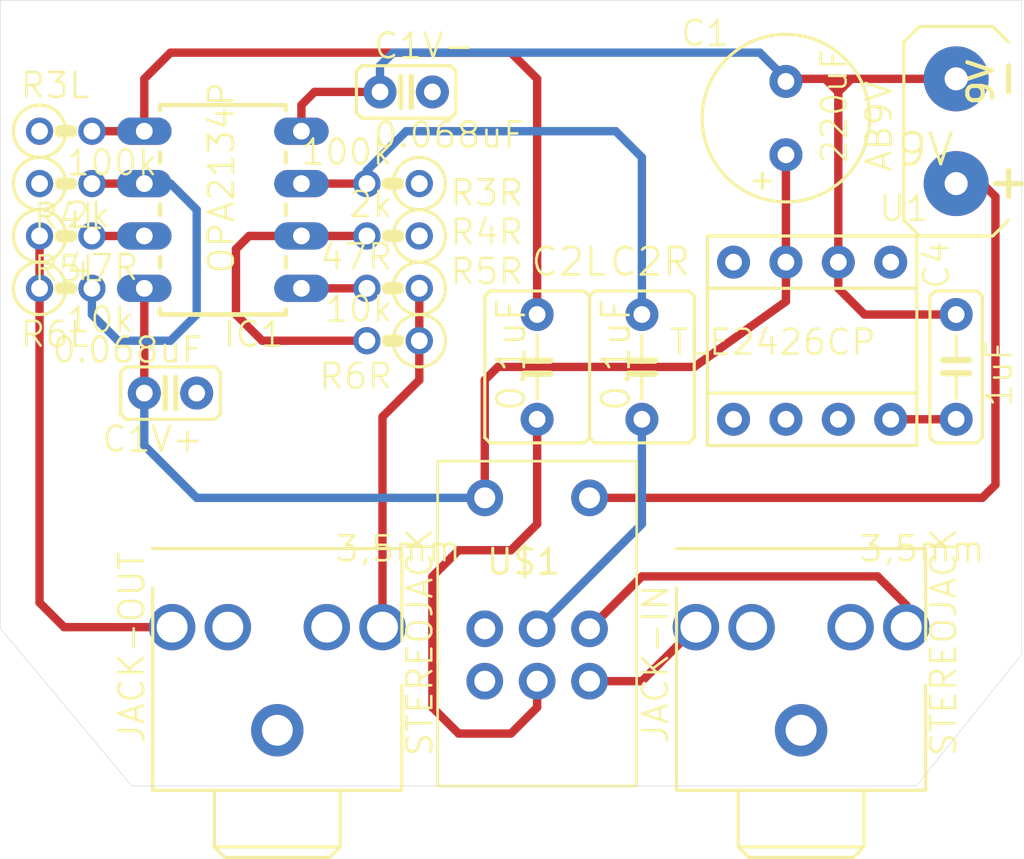
<source format=kicad_pcb>
(kicad_pcb (version 4) (host pcbnew 4.0.5)

  (general
    (links 39)
    (no_connects 10)
    (area 116.065299 37.833299 165.989001 79.744201)
    (thickness 1.6)
    (drawings 6)
    (tracks 90)
    (zones 0)
    (modules 20)
    (nets 18)
  )

  (page A4)
  (layers
    (0 Top signal)
    (31 Bottom signal)
    (32 B.Adhes user)
    (33 F.Adhes user)
    (34 B.Paste user)
    (35 F.Paste user)
    (36 B.SilkS user)
    (37 F.SilkS user)
    (38 B.Mask user)
    (39 F.Mask user)
    (40 Dwgs.User user)
    (41 Cmts.User user)
    (42 Eco1.User user)
    (43 Eco2.User user)
    (44 Edge.Cuts user)
  )

  (setup
    (last_trace_width 0.254)
    (trace_clearance 0.254)
    (zone_clearance 0.508)
    (zone_45_only yes)
    (trace_min 0.254)
    (segment_width 0.2)
    (edge_width 0.15)
    (via_size 0.889)
    (via_drill 0.635)
    (via_min_size 0.889)
    (via_min_drill 0.508)
    (uvia_size 0.508)
    (uvia_drill 0.127)
    (uvias_allowed no)
    (uvia_min_size 0.508)
    (uvia_min_drill 0.127)
    (pcb_text_width 0.3)
    (pcb_text_size 1.5 1.5)
    (mod_edge_width 0.15)
    (mod_text_size 1.5 1.5)
    (mod_text_width 0.15)
    (pad_size 1.524 1.524)
    (pad_drill 0.762)
    (pad_to_mask_clearance 0.2)
    (aux_axis_origin 0 0)
    (visible_elements FFFFFFBF)
    (pcbplotparams
      (layerselection 0x00030_80000001)
      (usegerberextensions true)
      (excludeedgelayer true)
      (linewidth 0.100000)
      (plotframeref false)
      (viasonmask false)
      (mode 1)
      (useauxorigin false)
      (hpglpennumber 1)
      (hpglpenspeed 20)
      (hpglpendiameter 15)
      (hpglpenoverlay 2)
      (psnegative false)
      (psa4output false)
      (plotreference true)
      (plotvalue true)
      (plotinvisibletext false)
      (padsonsilk false)
      (subtractmaskfromsilk false)
      (outputformat 1)
      (mirror false)
      (drillshape 1)
      (scaleselection 1)
      (outputdirectory ""))
  )

  (net 0 "")
  (net 1 GND)
  (net 2 INPUT-L)
  (net 3 INPUT-R)
  (net 4 L+)
  (net 5 L-)
  (net 6 N$13)
  (net 7 N$2)
  (net 8 OP-L)
  (net 9 OP-R)
  (net 10 OUTPUT-L)
  (net 11 OUTPUT-R)
  (net 12 R+)
  (net 13 R-)
  (net 14 V+)
  (net 15 V-)
  (net 16 VOLUME-OUT-L)
  (net 17 VOLUME-OUT-R)

  (net_class Default "This is the default net class."
    (clearance 0.254)
    (trace_width 0.254)
    (via_dia 0.889)
    (via_drill 0.635)
    (uvia_dia 0.508)
    (uvia_drill 0.127)
    (add_net GND)
    (add_net INPUT-L)
    (add_net INPUT-R)
    (add_net L+)
    (add_net L-)
    (add_net N$13)
    (add_net N$2)
    (add_net OP-L)
    (add_net OP-R)
    (add_net OUTPUT-L)
    (add_net OUTPUT-R)
    (add_net R+)
    (add_net R-)
    (add_net V+)
    (add_net V-)
    (add_net VOLUME-OUT-L)
    (add_net VOLUME-OUT-R)
  )

  (module ALPS_RK0971221Z0X (layer Top) (tedit 58DE790A) (tstamp 58DE790A)
    (at 142.113 68.326 270)
    (descr "ALPS RK0971221Z0x potentiometer")
    (fp_text reference U$1 (at -2.54 2.54 360) (layer F.SilkS)
      (effects (font (size 1.2065 1.2065) (thickness 0.1524)) (justify left bottom))
    )
    (fp_text value "" (at 0 0 270) (layer F.SilkS)
      (effects (font (thickness 0.15)) (justify right top))
    )
    (fp_line (start 7.62 -4.826) (end 7.62 4.826) (layer F.SilkS) (width 0.127))
    (fp_line (start 7.62 4.826) (end -8.128 4.826) (layer F.SilkS) (width 0.127))
    (fp_line (start -8.128 4.826) (end -8.128 -4.826) (layer F.SilkS) (width 0.127))
    (fp_line (start -8.128 -4.826) (end 7.62 -4.826) (layer F.SilkS) (width 0.127))
    (pad I1 thru_hole circle (at 2.54 -2.54 270) (size 1.778 1.778) (drill 1.016) (layers *.Cu *.Mask)
      (net 2 INPUT-L))
    (pad G1 thru_hole circle (at 2.54 2.54 270) (size 1.778 1.778) (drill 1.016) (layers *.Cu *.Mask)
      (net 1 GND))
    (pad G2 thru_hole circle (at 0 2.54 270) (size 1.778 1.778) (drill 1.016) (layers *.Cu *.Mask)
      (net 1 GND))
    (pad O2 thru_hole circle (at 0 0 270) (size 1.778 1.778) (drill 1.016) (layers *.Cu *.Mask)
      (net 17 VOLUME-OUT-R))
    (pad I2 thru_hole circle (at 0 -2.54 270) (size 1.778 1.778) (drill 1.016) (layers *.Cu *.Mask)
      (net 3 INPUT-R))
    (pad S2 thru_hole circle (at -6.35 -2.54 270) (size 1.778 1.778) (drill 1.016) (layers *.Cu *.Mask)
      (net 7 N$2))
    (pad S1 thru_hole circle (at -6.35 2.54 270) (size 1.778 1.778) (drill 1.016) (layers *.Cu *.Mask)
      (net 14 V+))
    (pad O1 thru_hole circle (at 2.54 0 270) (size 1.778 1.778) (drill 1.016) (layers *.Cu *.Mask)
      (net 16 VOLUME-OUT-L))
  )

  (module DIL-8 (layer Top) (tedit 58DE790A) (tstamp 58DE7919)
    (at 126.873 48.006 90)
    (fp_text reference IC1 (at -5.334 3.048 180) (layer F.SilkS)
      (effects (font (size 1.2065 1.2065) (thickness 0.127)) (justify right top))
    )
    (fp_text value OPA2134P (at -3.175 0.635 90) (layer F.SilkS)
      (effects (font (size 1.2065 1.2065) (thickness 0.127)) (justify left bottom))
    )
    (fp_line (start 5.08 -3.048) (end 5.08 3.048) (layer F.SilkS) (width 0.2032))
    (fp_line (start -2.794 -3.048) (end -2.286 -3.048) (layer F.SilkS) (width 0.2032))
    (fp_line (start 5.08 -3.048) (end 4.826 -3.048) (layer F.SilkS) (width 0.2032))
    (fp_line (start 5.08 3.048) (end 4.826 3.048) (layer F.SilkS) (width 0.2032))
    (fp_line (start -0.254 -3.048) (end 0.254 -3.048) (layer F.SilkS) (width 0.2032))
    (fp_line (start 2.286 -3.048) (end 2.794 -3.048) (layer F.SilkS) (width 0.2032))
    (fp_line (start -2.794 3.048) (end -2.286 3.048) (layer F.SilkS) (width 0.2032))
    (fp_line (start -0.254 3.048) (end 0.254 3.048) (layer F.SilkS) (width 0.2032))
    (fp_line (start 2.286 3.048) (end 2.794 3.048) (layer F.SilkS) (width 0.2032))
    (fp_line (start -5.08 1.27) (end -5.08 3.048) (layer F.SilkS) (width 0.2286))
    (fp_line (start -5.08 1.27) (end -5.08 -1.27) (layer F.SilkS) (width 0.2032))
    (fp_line (start -5.08 -3.048) (end -5.08 -1.27) (layer F.SilkS) (width 0.2286))
    (fp_line (start -5.08 -3.048) (end -4.826 -3.048) (layer F.SilkS) (width 0.2286))
    (fp_line (start -5.08 3.048) (end -4.826 3.048) (layer F.SilkS) (width 0.2286))
    (fp_line (start -5.08 -1.27) (end -5.08 1.27) (layer F.SilkS) (width 0.2286))
    (pad 1 thru_hole oval (at -3.81 3.81 180) (size 2.6416 1.3208) (drill 0.8128) (layers *.Cu *.Mask)
      (net 9 OP-R))
    (pad 2 thru_hole oval (at -1.27 3.81 180) (size 2.6416 1.3208) (drill 0.8128) (layers *.Cu *.Mask)
      (net 13 R-))
    (pad 3 thru_hole oval (at 1.27 3.81 180) (size 2.6416 1.3208) (drill 0.8128) (layers *.Cu *.Mask)
      (net 12 R+))
    (pad 4 thru_hole oval (at 3.81 3.81 180) (size 2.6416 1.3208) (drill 0.8128) (layers *.Cu *.Mask)
      (net 15 V-))
    (pad 5 thru_hole oval (at 3.81 -3.81 180) (size 2.6416 1.3208) (drill 0.8128) (layers *.Cu *.Mask)
      (net 4 L+))
    (pad 6 thru_hole oval (at 1.27 -3.81 180) (size 2.6416 1.3208) (drill 0.8128) (layers *.Cu *.Mask)
      (net 5 L-))
    (pad 7 thru_hole oval (at -1.27 -3.81 180) (size 2.6416 1.3208) (drill 0.8128) (layers *.Cu *.Mask)
      (net 8 OP-L))
    (pad 8 thru_hole oval (at -3.81 -3.81 180) (size 2.6416 1.3208) (drill 0.8128) (layers *.Cu *.Mask)
      (net 14 V+))
  )

  (module STX3100 (layer Top) (tedit 58DE790A) (tstamp 58DE7933)
    (at 154.813 75.946 90)
    (descr "<b>MIC/HEADPHONE JACK</b><p> KS-S stereo microphone/headphone jack<p> PG203JN (Schukat)")
    (fp_text reference JACK-IN (at 1.985 -6.25 90) (layer F.SilkS)
      (effects (font (size 1.2065 1.2065) (thickness 0.127)) (justify left bottom))
    )
    (fp_text value STEREOJACK (at 1.35 7.72 90) (layer F.SilkS)
      (effects (font (size 1.2065 1.2065) (thickness 0.127)) (justify left bottom))
    )
    (fp_line (start -0.212 6.142) (end -0.212 3.148) (layer F.SilkS) (width 0.1524))
    (fp_line (start 11.512 -5.942) (end 11.512 6.142) (layer F.SilkS) (width 0.1524))
    (fp_line (start -0.212 -2.948) (end -2.96 -2.948) (layer F.SilkS) (width 0.1524))
    (fp_line (start -2.96 3.148) (end -0.212 3.148) (layer F.SilkS) (width 0.1524))
    (fp_line (start -0.212 3.148) (end -0.212 -2.948) (layer F.SilkS) (width 0.1524))
    (fp_line (start -0.212 -2.948) (end -0.212 -5.942) (layer F.SilkS) (width 0.1524))
    (fp_line (start -2.96 -2.948) (end -3.468 -2.44) (layer F.SilkS) (width 0.1524))
    (fp_line (start -2.96 3.148) (end -3.468 2.64) (layer F.SilkS) (width 0.1524))
    (fp_line (start -3.468 2.64) (end -3.468 -2.44) (layer F.SilkS) (width 0.1524))
    (fp_line (start -2.96 3.148) (end -2.96 -2.948) (layer F.SilkS) (width 0.1524))
    (fp_line (start -0.212 6.142) (end 4.906 6.142) (layer F.SilkS) (width 0.1524))
    (fp_line (start 4.806 6.142) (end 6.965 6.142) (layer Dwgs.User) (width 0.1524))
    (fp_line (start 7.065 6.142) (end 11.512 6.142) (layer F.SilkS) (width 0.1524))
    (fp_line (start 11.512 -5.942) (end 11.51 -5.942) (layer F.SilkS) (width 0.1524))
    (fp_line (start 11.51 -5.942) (end 9.605 -5.942) (layer Dwgs.User) (width 0.1524))
    (fp_line (start 9.605 -5.942) (end -0.212 -5.942) (layer F.SilkS) (width 0.1524))
    (fp_line (start -0.131 1.751) (end 3.552 1.751) (layer Dwgs.User) (width 0.1524))
    (fp_line (start 3.552 -1.551) (end -0.131 -1.551) (layer Dwgs.User) (width 0.1524))
    (fp_line (start -0.131 1.751) (end -0.131 -1.551) (layer Dwgs.User) (width 0.1524))
    (fp_line (start 7.489 -0.408) (end 6.727 -0.789) (layer Dwgs.User) (width 0.1524))
    (fp_line (start 7.489 -0.408) (end 7.489 0.608) (layer Dwgs.User) (width 0.1524))
    (fp_line (start 6.727 0.989) (end 7.489 0.608) (layer Dwgs.User) (width 0.1524))
    (fp_line (start 3.552 -1.551) (end 3.552 -0.789) (layer Dwgs.User) (width 0.1524))
    (fp_line (start 3.552 -0.789) (end 3.552 0.989) (layer Dwgs.User) (width 0.1524))
    (fp_line (start 3.552 0.989) (end 3.552 1.751) (layer Dwgs.User) (width 0.1524))
    (fp_line (start 5.584 -0.789) (end 5.584 0.989) (layer Dwgs.User) (width 0.1524))
    (fp_line (start 5.584 -0.789) (end 6.727 -0.789) (layer Dwgs.User) (width 0.1524))
    (fp_line (start 5.584 0.989) (end 4.314 0.989) (layer Dwgs.User) (width 0.1524))
    (fp_line (start 4.314 -0.789) (end 4.314 0.989) (layer Dwgs.User) (width 0.1524))
    (fp_line (start 3.552 -0.789) (end 4.314 -0.789) (layer Dwgs.User) (width 0.1524))
    (fp_line (start 4.314 0.989) (end 3.552 0.989) (layer Dwgs.User) (width 0.1524))
    (fp_line (start 4.314 -0.789) (end 5.584 -0.789) (layer Dwgs.User) (width 0.1524))
    (fp_line (start 6.727 0.989) (end 5.584 0.989) (layer Dwgs.User) (width 0.1524))
    (fp_text user 3,5mm (at 10.79 2.831 180) (layer F.SilkS)
      (effects (font (size 1.2065 1.2065) (thickness 0.127)) (justify left bottom))
    )
    (pad 1 thru_hole circle (at 2.7 0.1 90) (size 2.54 2.54) (drill 1.5) (layers *.Cu *.Mask)
      (net 1 GND))
    (pad 3 thru_hole circle (at 7.7 -2.3 90) (size 2.25 2.25) (drill 1.5) (layers *.Cu *.Mask))
    (pad 4 thru_hole circle (at 7.7 2.5 90) (size 2.25 2.25) (drill 1.5) (layers *.Cu *.Mask))
    (pad 5 thru_hole circle (at 7.7 5.2 90) (size 2.25 2.25) (drill 1.5) (layers *.Cu *.Mask)
      (net 3 INPUT-R))
    (pad 2 thru_hole circle (at 7.7 -5 90) (size 2.25 2.25) (drill 1.5) (layers *.Cu *.Mask)
      (net 2 INPUT-L))
    (pad "" np_thru_hole circle (at 2.7 -4.9 90) (size 1.5 1.5) (drill 1.5) (layers *.Cu))
    (pad "" np_thru_hole circle (at 2.7 5.1 90) (size 1.5 1.5) (drill 1.5) (layers *.Cu))
    (pad "" np_thru_hole circle (at 7.7 0.1 90) (size 1.5 1.5) (drill 1.5) (layers *.Cu))
  )

  (module STX3100 (layer Top) (tedit 58DE790A) (tstamp 58DE7960)
    (at 129.413 75.946 90)
    (descr "<b>MIC/HEADPHONE JACK</b><p> KS-S stereo microphone/headphone jack<p> PG203JN (Schukat)")
    (fp_text reference JACK-OUT (at 1.985 -6.25 90) (layer F.SilkS)
      (effects (font (size 1.2065 1.2065) (thickness 0.127)) (justify left bottom))
    )
    (fp_text value STEREOJACK (at 1.35 7.72 90) (layer F.SilkS)
      (effects (font (size 1.2065 1.2065) (thickness 0.127)) (justify left bottom))
    )
    (fp_line (start -0.212 6.142) (end -0.212 3.148) (layer F.SilkS) (width 0.1524))
    (fp_line (start 11.512 -5.942) (end 11.512 6.142) (layer F.SilkS) (width 0.1524))
    (fp_line (start -0.212 -2.948) (end -2.96 -2.948) (layer F.SilkS) (width 0.1524))
    (fp_line (start -2.96 3.148) (end -0.212 3.148) (layer F.SilkS) (width 0.1524))
    (fp_line (start -0.212 3.148) (end -0.212 -2.948) (layer F.SilkS) (width 0.1524))
    (fp_line (start -0.212 -2.948) (end -0.212 -5.942) (layer F.SilkS) (width 0.1524))
    (fp_line (start -2.96 -2.948) (end -3.468 -2.44) (layer F.SilkS) (width 0.1524))
    (fp_line (start -2.96 3.148) (end -3.468 2.64) (layer F.SilkS) (width 0.1524))
    (fp_line (start -3.468 2.64) (end -3.468 -2.44) (layer F.SilkS) (width 0.1524))
    (fp_line (start -2.96 3.148) (end -2.96 -2.948) (layer F.SilkS) (width 0.1524))
    (fp_line (start -0.212 6.142) (end 4.906 6.142) (layer F.SilkS) (width 0.1524))
    (fp_line (start 4.806 6.142) (end 6.965 6.142) (layer Dwgs.User) (width 0.1524))
    (fp_line (start 7.065 6.142) (end 11.512 6.142) (layer F.SilkS) (width 0.1524))
    (fp_line (start 11.512 -5.942) (end 11.51 -5.942) (layer F.SilkS) (width 0.1524))
    (fp_line (start 11.51 -5.942) (end 9.605 -5.942) (layer Dwgs.User) (width 0.1524))
    (fp_line (start 9.605 -5.942) (end -0.212 -5.942) (layer F.SilkS) (width 0.1524))
    (fp_line (start -0.131 1.751) (end 3.552 1.751) (layer Dwgs.User) (width 0.1524))
    (fp_line (start 3.552 -1.551) (end -0.131 -1.551) (layer Dwgs.User) (width 0.1524))
    (fp_line (start -0.131 1.751) (end -0.131 -1.551) (layer Dwgs.User) (width 0.1524))
    (fp_line (start 7.489 -0.408) (end 6.727 -0.789) (layer Dwgs.User) (width 0.1524))
    (fp_line (start 7.489 -0.408) (end 7.489 0.608) (layer Dwgs.User) (width 0.1524))
    (fp_line (start 6.727 0.989) (end 7.489 0.608) (layer Dwgs.User) (width 0.1524))
    (fp_line (start 3.552 -1.551) (end 3.552 -0.789) (layer Dwgs.User) (width 0.1524))
    (fp_line (start 3.552 -0.789) (end 3.552 0.989) (layer Dwgs.User) (width 0.1524))
    (fp_line (start 3.552 0.989) (end 3.552 1.751) (layer Dwgs.User) (width 0.1524))
    (fp_line (start 5.584 -0.789) (end 5.584 0.989) (layer Dwgs.User) (width 0.1524))
    (fp_line (start 5.584 -0.789) (end 6.727 -0.789) (layer Dwgs.User) (width 0.1524))
    (fp_line (start 5.584 0.989) (end 4.314 0.989) (layer Dwgs.User) (width 0.1524))
    (fp_line (start 4.314 -0.789) (end 4.314 0.989) (layer Dwgs.User) (width 0.1524))
    (fp_line (start 3.552 -0.789) (end 4.314 -0.789) (layer Dwgs.User) (width 0.1524))
    (fp_line (start 4.314 0.989) (end 3.552 0.989) (layer Dwgs.User) (width 0.1524))
    (fp_line (start 4.314 -0.789) (end 5.584 -0.789) (layer Dwgs.User) (width 0.1524))
    (fp_line (start 6.727 0.989) (end 5.584 0.989) (layer Dwgs.User) (width 0.1524))
    (fp_text user 3,5mm (at 10.79 2.831 180) (layer F.SilkS)
      (effects (font (size 1.2065 1.2065) (thickness 0.127)) (justify left bottom))
    )
    (pad 1 thru_hole circle (at 2.7 0.1 90) (size 2.54 2.54) (drill 1.5) (layers *.Cu *.Mask)
      (net 1 GND))
    (pad 3 thru_hole circle (at 7.7 -2.3 90) (size 2.25 2.25) (drill 1.5) (layers *.Cu *.Mask))
    (pad 4 thru_hole circle (at 7.7 2.5 90) (size 2.25 2.25) (drill 1.5) (layers *.Cu *.Mask))
    (pad 5 thru_hole circle (at 7.7 5.2 90) (size 2.25 2.25) (drill 1.5) (layers *.Cu *.Mask)
      (net 11 OUTPUT-R))
    (pad 2 thru_hole circle (at 7.7 -5 90) (size 2.25 2.25) (drill 1.5) (layers *.Cu *.Mask)
      (net 10 OUTPUT-L))
    (pad "" np_thru_hole circle (at 2.7 -4.9 90) (size 1.5 1.5) (drill 1.5) (layers *.Cu))
    (pad "" np_thru_hole circle (at 2.7 5.1 90) (size 1.5 1.5) (drill 1.5) (layers *.Cu))
    (pad "" np_thru_hole circle (at 7.7 0.1 90) (size 1.5 1.5) (drill 1.5) (layers *.Cu))
  )

  (module 0207_2V (layer Top) (tedit 58DE790A) (tstamp 58DE798D)
    (at 135.128 46.736 180)
    (descr "<b>RESISTOR</b><p> type 0207, grid 2.5 mm")
    (fp_text reference R3R (at -6.4008 0.254 180) (layer F.SilkS)
      (effects (font (size 1.2065 1.2065) (thickness 0.127)) (justify right top))
    )
    (fp_text value 100k (at -0.0508 2.2352 180) (layer F.SilkS)
      (effects (font (size 1.2065 1.2065) (thickness 0.127)) (justify right top))
    )
    (fp_line (start -1.27 0) (end -0.381 0) (layer Dwgs.User) (width 0.6096))
    (fp_line (start -0.254 0) (end 0.254 0) (layer F.SilkS) (width 0.6096))
    (fp_line (start 0.381 0) (end 1.27 0) (layer Dwgs.User) (width 0.6096))
    (fp_circle (center -1.27 0) (end 0 0) (layer F.SilkS) (width 0.1524))
    (fp_circle (center -1.27 0) (end -0.254 0) (layer Dwgs.User) (width 0.1524))
    (pad 1 thru_hole circle (at -1.27 0 180) (size 1.3208 1.3208) (drill 0.8128) (layers *.Cu *.Mask)
      (net 1 GND))
    (pad 2 thru_hole circle (at 1.27 0 180) (size 1.3208 1.3208) (drill 0.8128) (layers *.Cu *.Mask)
      (net 12 R+))
  )

  (module 0207_2V (layer Top) (tedit 58DE790A) (tstamp 58DE7997)
    (at 135.128 49.276 180)
    (descr "<b>RESISTOR</b><p> type 0207, grid 2.5 mm")
    (fp_text reference R4R (at -6.4008 0.889 360) (layer F.SilkS)
      (effects (font (size 1.2065 1.2065) (thickness 0.12065)) (justify right top))
    )
    (fp_text value 2k (at -0.0508 2.2352 360) (layer F.SilkS)
      (effects (font (size 1.2065 1.2065) (thickness 0.12065)) (justify right top))
    )
    (fp_line (start -1.27 0) (end -0.381 0) (layer Dwgs.User) (width 0.6096))
    (fp_line (start -0.254 0) (end 0.254 0) (layer F.SilkS) (width 0.6096))
    (fp_line (start 0.381 0) (end 1.27 0) (layer Dwgs.User) (width 0.6096))
    (fp_circle (center -1.27 0) (end 0 0) (layer F.SilkS) (width 0.1524))
    (fp_circle (center -1.27 0) (end -0.254 0) (layer Dwgs.User) (width 0.1524))
    (pad 1 thru_hole circle (at -1.27 0 180) (size 1.3208 1.3208) (drill 0.8128) (layers *.Cu *.Mask)
      (net 1 GND))
    (pad 2 thru_hole circle (at 1.27 0 180) (size 1.3208 1.3208) (drill 0.8128) (layers *.Cu *.Mask)
      (net 13 R-))
  )

  (module 0207_2V (layer Top) (tedit 58DE790A) (tstamp 58DE79A1)
    (at 135.128 54.356 180)
    (descr "<b>RESISTOR</b><p> type 0207, grid 2.5 mm")
    (fp_text reference R6R (at -0.0508 -1.016 360) (layer F.SilkS)
      (effects (font (size 1.2065 1.2065) (thickness 0.12065)) (justify right top))
    )
    (fp_text value 10k (at -0.0508 2.2352 360) (layer F.SilkS)
      (effects (font (size 1.2065 1.2065) (thickness 0.12065)) (justify right top))
    )
    (fp_line (start -1.27 0) (end -0.381 0) (layer Dwgs.User) (width 0.6096))
    (fp_line (start -0.254 0) (end 0.254 0) (layer F.SilkS) (width 0.6096))
    (fp_line (start 0.381 0) (end 1.27 0) (layer Dwgs.User) (width 0.6096))
    (fp_circle (center -1.27 0) (end 0 0) (layer F.SilkS) (width 0.1524))
    (fp_circle (center -1.27 0) (end -0.254 0) (layer Dwgs.User) (width 0.1524))
    (pad 1 thru_hole circle (at -1.27 0 180) (size 1.3208 1.3208) (drill 0.8128) (layers *.Cu *.Mask)
      (net 11 OUTPUT-R))
    (pad 2 thru_hole circle (at 1.27 0 180) (size 1.3208 1.3208) (drill 0.8128) (layers *.Cu *.Mask)
      (net 13 R-))
  )

  (module 0207_2V (layer Top) (tedit 58DE790A) (tstamp 58DE79AB)
    (at 135.128 51.816 180)
    (descr "<b>RESISTOR</b><p> type 0207, grid 2.5 mm")
    (fp_text reference R5R (at -6.4008 1.524 360) (layer F.SilkS)
      (effects (font (size 1.2065 1.2065) (thickness 0.12065)) (justify right top))
    )
    (fp_text value 47R (at -0.0508 2.2352 360) (layer F.SilkS)
      (effects (font (size 1.2065 1.2065) (thickness 0.12065)) (justify right top))
    )
    (fp_line (start -1.27 0) (end -0.381 0) (layer Dwgs.User) (width 0.6096))
    (fp_line (start -0.254 0) (end 0.254 0) (layer F.SilkS) (width 0.6096))
    (fp_line (start 0.381 0) (end 1.27 0) (layer Dwgs.User) (width 0.6096))
    (fp_circle (center -1.27 0) (end 0 0) (layer F.SilkS) (width 0.1524))
    (fp_circle (center -1.27 0) (end -0.254 0) (layer Dwgs.User) (width 0.1524))
    (pad 1 thru_hole circle (at -1.27 0 180) (size 1.3208 1.3208) (drill 0.8128) (layers *.Cu *.Mask)
      (net 11 OUTPUT-R))
    (pad 2 thru_hole circle (at 1.27 0 180) (size 1.3208 1.3208) (drill 0.8128) (layers *.Cu *.Mask)
      (net 9 OP-R))
  )

  (module 0207_2V (layer Top) (tedit 58DE790A) (tstamp 58DE79B5)
    (at 119.253 44.196)
    (descr "<b>RESISTOR</b><p> type 0207, grid 2.5 mm")
    (fp_text reference R3L (at 1.2192 -2.921) (layer F.SilkS)
      (effects (font (size 1.2065 1.2065) (thickness 0.12065)) (justify right top))
    )
    (fp_text value 100k (at -0.0508 2.2352) (layer F.SilkS)
      (effects (font (size 1.2065 1.2065) (thickness 0.12065)) (justify left bottom))
    )
    (fp_line (start -1.27 0) (end -0.381 0) (layer Dwgs.User) (width 0.6096))
    (fp_line (start -0.254 0) (end 0.254 0) (layer F.SilkS) (width 0.6096))
    (fp_line (start 0.381 0) (end 1.27 0) (layer Dwgs.User) (width 0.6096))
    (fp_circle (center -1.27 0) (end 0 0) (layer F.SilkS) (width 0.1524))
    (fp_circle (center -1.27 0) (end -0.254 0) (layer Dwgs.User) (width 0.1524))
    (pad 1 thru_hole circle (at -1.27 0) (size 1.3208 1.3208) (drill 0.8128) (layers *.Cu *.Mask)
      (net 1 GND))
    (pad 2 thru_hole circle (at 1.27 0) (size 1.3208 1.3208) (drill 0.8128) (layers *.Cu *.Mask)
      (net 4 L+))
  )

  (module 0207_2V (layer Top) (tedit 58DE790A) (tstamp 58DE79BF)
    (at 119.253 46.736)
    (descr "<b>RESISTOR</b><p> type 0207, grid 2.5 mm")
    (fp_text reference R4L (at 1.8542 0.889) (layer F.SilkS)
      (effects (font (size 1.2065 1.2065) (thickness 0.12065)) (justify right top))
    )
    (fp_text value 2k (at -0.0508 2.2352) (layer F.SilkS)
      (effects (font (size 1.2065 1.2065) (thickness 0.12065)) (justify left bottom))
    )
    (fp_line (start -1.27 0) (end -0.381 0) (layer Dwgs.User) (width 0.6096))
    (fp_line (start -0.254 0) (end 0.254 0) (layer F.SilkS) (width 0.6096))
    (fp_line (start 0.381 0) (end 1.27 0) (layer Dwgs.User) (width 0.6096))
    (fp_circle (center -1.27 0) (end 0 0) (layer F.SilkS) (width 0.1524))
    (fp_circle (center -1.27 0) (end -0.254 0) (layer Dwgs.User) (width 0.1524))
    (pad 1 thru_hole circle (at -1.27 0) (size 1.3208 1.3208) (drill 0.8128) (layers *.Cu *.Mask)
      (net 1 GND))
    (pad 2 thru_hole circle (at 1.27 0) (size 1.3208 1.3208) (drill 0.8128) (layers *.Cu *.Mask)
      (net 5 L-))
  )

  (module 0207_2V (layer Top) (tedit 58DE790A) (tstamp 58DE79C9)
    (at 119.253 51.816)
    (descr "<b>RESISTOR</b><p> type 0207, grid 2.5 mm")
    (fp_text reference R6L (at 1.2192 1.524) (layer F.SilkS)
      (effects (font (size 1.2065 1.2065) (thickness 0.12065)) (justify right top))
    )
    (fp_text value 10k (at -0.0508 2.2352) (layer F.SilkS)
      (effects (font (size 1.2065 1.2065) (thickness 0.12065)) (justify left bottom))
    )
    (fp_line (start -1.27 0) (end -0.381 0) (layer Dwgs.User) (width 0.6096))
    (fp_line (start -0.254 0) (end 0.254 0) (layer F.SilkS) (width 0.6096))
    (fp_line (start 0.381 0) (end 1.27 0) (layer Dwgs.User) (width 0.6096))
    (fp_circle (center -1.27 0) (end 0 0) (layer F.SilkS) (width 0.1524))
    (fp_circle (center -1.27 0) (end -0.254 0) (layer Dwgs.User) (width 0.1524))
    (pad 1 thru_hole circle (at -1.27 0) (size 1.3208 1.3208) (drill 0.8128) (layers *.Cu *.Mask)
      (net 10 OUTPUT-L))
    (pad 2 thru_hole circle (at 1.27 0) (size 1.3208 1.3208) (drill 0.8128) (layers *.Cu *.Mask)
      (net 5 L-))
  )

  (module 0207_2V (layer Top) (tedit 58DE790A) (tstamp 58DE79D3)
    (at 119.253 49.276)
    (descr "<b>RESISTOR</b><p> type 0207, grid 2.5 mm")
    (fp_text reference R5L (at 1.8542 0.889) (layer F.SilkS)
      (effects (font (size 1.2065 1.2065) (thickness 0.12065)) (justify right top))
    )
    (fp_text value 47R (at -0.0508 2.2352) (layer F.SilkS)
      (effects (font (size 1.2065 1.2065) (thickness 0.12065)) (justify left bottom))
    )
    (fp_line (start -1.27 0) (end -0.381 0) (layer Dwgs.User) (width 0.6096))
    (fp_line (start -0.254 0) (end 0.254 0) (layer F.SilkS) (width 0.6096))
    (fp_line (start 0.381 0) (end 1.27 0) (layer Dwgs.User) (width 0.6096))
    (fp_circle (center -1.27 0) (end 0 0) (layer F.SilkS) (width 0.1524))
    (fp_circle (center -1.27 0) (end -0.254 0) (layer Dwgs.User) (width 0.1524))
    (pad 1 thru_hole circle (at -1.27 0) (size 1.3208 1.3208) (drill 0.8128) (layers *.Cu *.Mask)
      (net 10 OUTPUT-L))
    (pad 2 thru_hole circle (at 1.27 0) (size 1.3208 1.3208) (drill 0.8128) (layers *.Cu *.Mask)
      (net 8 OP-L))
  )

  (module AB9V (layer Top) (tedit 58DE790A) (tstamp 58DE79DD)
    (at 162.433 44.196 180)
    (descr "<B>9-V BATTERY CLIP</B>")
    (fp_text reference 9V (at 0 0 180) (layer F.SilkS)
      (effects (font (thickness 0.15)) (justify right top))
    )
    (fp_text value AB9V (at 4.445 2.54 270) (layer F.SilkS)
      (effects (font (size 1.2065 1.2065) (thickness 0.127)) (justify right top))
    )
    (fp_line (start -2.54 3.175) (end -2.54 1.905) (layer F.SilkS) (width 0.254))
    (fp_line (start -2.54 -1.905) (end -2.54 -3.175) (layer F.SilkS) (width 0.254))
    (fp_line (start -1.905 -2.54) (end -3.175 -2.54) (layer F.SilkS) (width 0.254))
    (fp_line (start -2.54 -4.318) (end -1.778 -5.08) (layer F.SilkS) (width 0.1524))
    (fp_line (start -1.778 -5.08) (end 1.778 -5.08) (layer F.SilkS) (width 0.1524))
    (fp_line (start 2.54 -4.318) (end 1.778 -5.08) (layer F.SilkS) (width 0.1524))
    (fp_line (start 2.54 -4.318) (end 2.54 4.318) (layer F.SilkS) (width 0.1524))
    (fp_line (start 1.778 5.08) (end 2.54 4.318) (layer F.SilkS) (width 0.1524))
    (fp_line (start 1.778 5.08) (end -1.778 5.08) (layer F.SilkS) (width 0.1524))
    (fp_line (start -2.54 4.318) (end -1.778 5.08) (layer F.SilkS) (width 0.1524))
    (fp_circle (center 0 -2.54) (end 1.27 -2.54) (layer Dwgs.User) (width 0.1524))
    (fp_circle (center 0 2.54) (end 1.27 2.54) (layer Dwgs.User) (width 0.1524))
    (fp_text user 9V (at -1.905 1.143 270) (layer F.SilkS)
      (effects (font (size 1.2065 1.2065) (thickness 0.2032)) (justify left bottom))
    )
    (pad - thru_hole circle (at 0 2.54 180) (size 3.1496 3.1496) (drill 1.1176) (layers *.Cu *.Mask)
      (net 15 V-))
    (pad + thru_hole circle (at 0 -2.54 180) (size 3.1496 3.1496) (drill 1.1176) (layers *.Cu *.Mask)
      (net 7 N$2))
  )

  (module E3,5-8 (layer Top) (tedit 58DE790A) (tstamp 58DE79EF)
    (at 154.178 43.561 90)
    (descr "<b>ELECTROLYTIC CAPACITOR</b><p> grid 3.5 mm, diameter 8 mm")
    (fp_text reference C1 (at 4.826 -2.667 360) (layer F.SilkS)
      (effects (font (size 1.2065 1.2065) (thickness 0.12065)) (justify right top))
    )
    (fp_text value 220uF (at -2.286 3.048 90) (layer F.SilkS)
      (effects (font (size 1.2065 1.2065) (thickness 0.12065)) (justify left bottom))
    )
    (fp_line (start -3.429 -1.143) (end -2.667 -1.143) (layer F.SilkS) (width 0.1524))
    (fp_line (start -3.048 -0.762) (end -3.048 -1.524) (layer F.SilkS) (width 0.1524))
    (fp_line (start -1.651 0) (end -0.762 0) (layer Dwgs.User) (width 0.1524))
    (fp_line (start -0.762 0) (end -0.762 1.27) (layer Dwgs.User) (width 0.1524))
    (fp_line (start -0.762 1.27) (end -0.254 1.27) (layer Dwgs.User) (width 0.1524))
    (fp_line (start -0.254 1.27) (end -0.254 -1.27) (layer Dwgs.User) (width 0.1524))
    (fp_line (start -0.254 -1.27) (end -0.762 -1.27) (layer Dwgs.User) (width 0.1524))
    (fp_line (start -0.762 -1.27) (end -0.762 0) (layer Dwgs.User) (width 0.1524))
    (fp_line (start 0.635 0) (end 1.651 0) (layer Dwgs.User) (width 0.1524))
    (fp_circle (center 0 0) (end 4.064 0) (layer F.SilkS) (width 0.1524))
    (fp_poly (pts (xy 0.254 1.27) (xy 0.762 1.27) (xy 0.762 -1.27) (xy 0.254 -1.27)) (layer Dwgs.User) (width 0.15))
    (pad - thru_hole circle (at 1.778 0 90) (size 1.6002 1.6002) (drill 0.8128) (layers *.Cu *.Mask)
      (net 15 V-))
    (pad + thru_hole circle (at -1.778 0 90) (size 1.6002 1.6002) (drill 0.8128) (layers *.Cu *.Mask)
      (net 14 V+))
  )

  (module C5B2.5 (layer Top) (tedit 58DE790A) (tstamp 58DE79FF)
    (at 162.433 55.626 90)
    (descr "<B>MKS2</B>, 7.5 x 2.5 mm, grid 5.08 mm")
    (fp_text reference C4 (at 3.683 -0.254 90) (layer F.SilkS)
      (effects (font (size 1.2065 1.2065) (thickness 0.12065)) (justify left bottom))
    )
    (fp_text value 1uF (at -2.032 2.794 90) (layer F.SilkS)
      (effects (font (size 1.2065 1.2065) (thickness 0.12065)) (justify left bottom))
    )
    (fp_line (start -0.3048 -0.635) (end -0.3048 0) (layer F.SilkS) (width 0.3048))
    (fp_line (start -0.3048 0) (end -0.3048 0.635) (layer F.SilkS) (width 0.3048))
    (fp_line (start -0.3048 0) (end -1.524 0) (layer F.SilkS) (width 0.1524))
    (fp_line (start 0.3302 -0.635) (end 0.3302 0) (layer F.SilkS) (width 0.3048))
    (fp_line (start 0.3302 0) (end 0.3302 0.635) (layer F.SilkS) (width 0.3048))
    (fp_line (start 0.3302 0) (end 1.524 0) (layer F.SilkS) (width 0.1524))
    (fp_line (start -3.683 -1.016) (end -3.683 1.016) (layer F.SilkS) (width 0.1524))
    (fp_line (start -3.429 1.27) (end 3.429 1.27) (layer F.SilkS) (width 0.1524))
    (fp_line (start 3.683 1.016) (end 3.683 -1.016) (layer F.SilkS) (width 0.1524))
    (fp_line (start 3.429 -1.27) (end -3.429 -1.27) (layer F.SilkS) (width 0.1524))
    (fp_line (start 3.429 -1.27) (end 3.683 -1.016) (layer F.SilkS) (width 0.1524))
    (fp_line (start 3.429 1.27) (end 3.683 1.016) (layer F.SilkS) (width 0.1524))
    (fp_line (start -3.683 1.016) (end -3.429 1.27) (layer F.SilkS) (width 0.1524))
    (fp_line (start -3.683 -1.016) (end -3.429 -1.27) (layer F.SilkS) (width 0.1524))
    (pad 1 thru_hole circle (at -2.54 0 90) (size 1.6002 1.6002) (drill 0.8128) (layers *.Cu *.Mask)
      (net 6 N$13))
    (pad 2 thru_hole circle (at 2.54 0 90) (size 1.6002 1.6002) (drill 0.8128) (layers *.Cu *.Mask)
      (net 15 V-))
  )

  (module DIP-8 (layer Top) (tedit 58DE790A) (tstamp 58DE7A12)
    (at 155.448 54.356 270)
    (descr DIP-8)
    (fp_text reference U1 (at -5.715 -3.175 360) (layer F.SilkS)
      (effects (font (size 1.2065 1.2065) (thickness 0.12065)) (justify left bottom))
    )
    (fp_text value TLE2426CP (at -0.635 -3.175 360) (layer F.SilkS)
      (effects (font (size 1.2065 1.2065) (thickness 0.12065)) (justify right top))
    )
    (fp_line (start 5.08 5.08) (end 5.08 -5.08) (layer F.SilkS) (width 0.1524))
    (fp_line (start -5.08 -5.08) (end -5.08 5.08) (layer F.SilkS) (width 0.1524))
    (fp_line (start 5.08 5.08) (end 2.54 5.08) (layer F.SilkS) (width 0.1524))
    (fp_line (start 5.08 -5.08) (end 2.54 -5.08) (layer F.SilkS) (width 0.1524))
    (fp_line (start -5.08 -5.08) (end -2.54 -5.08) (layer F.SilkS) (width 0.1524))
    (fp_line (start -1.016 -5.08) (end 1.016 -5.08) (layer F.SilkS) (width 0.1524))
    (fp_line (start 2.54 -5.08) (end 2.54 5.08) (layer F.SilkS) (width 0.1524))
    (fp_line (start 2.54 -5.08) (end 1.016 -5.08) (layer F.SilkS) (width 0.1524))
    (fp_line (start 2.54 5.08) (end -2.54 5.08) (layer F.SilkS) (width 0.1524))
    (fp_line (start -2.54 -5.08) (end -2.54 5.08) (layer F.SilkS) (width 0.1524))
    (fp_line (start -2.54 -5.08) (end -1.016 -5.08) (layer F.SilkS) (width 0.1524))
    (fp_line (start -2.54 5.08) (end -5.08 5.08) (layer F.SilkS) (width 0.1524))
    (pad 1 thru_hole circle (at -3.81 -3.81 270) (size 1.6002 1.6002) (drill 0.8128) (layers *.Cu *.Mask)
      (net 1 GND))
    (pad 2 thru_hole circle (at -3.81 -1.27 270) (size 1.6002 1.6002) (drill 0.8128) (layers *.Cu *.Mask)
      (net 15 V-))
    (pad 5 thru_hole circle (at 3.81 3.81 270) (size 1.6002 1.6002) (drill 0.8128) (layers *.Cu *.Mask))
    (pad 6 thru_hole circle (at 3.81 1.27 270) (size 1.6002 1.6002) (drill 0.8128) (layers *.Cu *.Mask))
    (pad 3 thru_hole circle (at -3.81 1.27 270) (size 1.6002 1.6002) (drill 0.8128) (layers *.Cu *.Mask)
      (net 14 V+))
    (pad 4 thru_hole circle (at -3.81 3.81 270) (size 1.6002 1.6002) (drill 0.8128) (layers *.Cu *.Mask))
    (pad 7 thru_hole circle (at 3.81 -1.27 270) (size 1.6002 1.6002) (drill 0.8128) (layers *.Cu *.Mask))
    (pad 8 thru_hole circle (at 3.81 -3.81 270) (size 1.6002 1.6002) (drill 0.8128) (layers *.Cu *.Mask)
      (net 6 N$13))
  )

  (module C5B5 (layer Top) (tedit 58DE790A) (tstamp 58DE7A29)
    (at 142.113 55.626 270)
    (descr "<B>MKS2</B>, 7.5 x 5 mm, grid 5.08 mm")
    (fp_text reference C2L (at -4.318 0.381 360) (layer F.SilkS)
      (effects (font (size 1.32715 1.32715) (thickness 0.132715)) (justify left bottom))
    )
    (fp_text value 0.1uF (at -3.429 2.032 450) (layer F.SilkS)
      (effects (font (size 1.32715 1.32715) (thickness 0.132715)) (justify right top))
    )
    (fp_line (start -0.3048 -0.635) (end -0.3048 0) (layer F.SilkS) (width 0.3048))
    (fp_line (start -0.3048 0) (end -0.3048 0.635) (layer F.SilkS) (width 0.3048))
    (fp_line (start -0.3048 0) (end -1.524 0) (layer F.SilkS) (width 0.1524))
    (fp_line (start 0.3302 -0.635) (end 0.3302 0) (layer F.SilkS) (width 0.3048))
    (fp_line (start 0.3302 0) (end 0.3302 0.635) (layer F.SilkS) (width 0.3048))
    (fp_line (start 0.3302 0) (end 1.524 0) (layer F.SilkS) (width 0.1524))
    (fp_line (start -3.683 -2.286) (end -3.683 2.286) (layer F.SilkS) (width 0.1524))
    (fp_line (start -3.429 2.54) (end 3.429 2.54) (layer F.SilkS) (width 0.1524))
    (fp_line (start 3.683 2.286) (end 3.683 -2.286) (layer F.SilkS) (width 0.1524))
    (fp_line (start 3.429 -2.54) (end -3.429 -2.54) (layer F.SilkS) (width 0.1524))
    (fp_line (start 3.429 -2.54) (end 3.683 -2.286) (layer F.SilkS) (width 0.1524))
    (fp_line (start 3.429 2.54) (end 3.683 2.286) (layer F.SilkS) (width 0.1524))
    (fp_line (start -3.683 2.286) (end -3.429 2.54) (layer F.SilkS) (width 0.1524))
    (fp_line (start -3.683 -2.286) (end -3.429 -2.54) (layer F.SilkS) (width 0.1524))
    (pad 1 thru_hole circle (at -2.54 0 270) (size 1.6002 1.6002) (drill 0.8128) (layers *.Cu *.Mask)
      (net 4 L+))
    (pad 2 thru_hole circle (at 2.54 0 270) (size 1.6002 1.6002) (drill 0.8128) (layers *.Cu *.Mask)
      (net 16 VOLUME-OUT-L))
  )

  (module C5B5 (layer Top) (tedit 58DE790A) (tstamp 58DE7A3C)
    (at 147.193 55.626 270)
    (descr "<B>MKS2</B>, 7.5 x 5 mm, grid 5.08 mm")
    (fp_text reference C2R (at -4.318 1.651 360) (layer F.SilkS)
      (effects (font (size 1.32715 1.32715) (thickness 0.132715)) (justify left bottom))
    )
    (fp_text value 0.1uF (at -3.429 2.032 450) (layer F.SilkS)
      (effects (font (size 1.32715 1.32715) (thickness 0.132715)) (justify right top))
    )
    (fp_line (start -0.3048 -0.635) (end -0.3048 0) (layer F.SilkS) (width 0.3048))
    (fp_line (start -0.3048 0) (end -0.3048 0.635) (layer F.SilkS) (width 0.3048))
    (fp_line (start -0.3048 0) (end -1.524 0) (layer F.SilkS) (width 0.1524))
    (fp_line (start 0.3302 -0.635) (end 0.3302 0) (layer F.SilkS) (width 0.3048))
    (fp_line (start 0.3302 0) (end 0.3302 0.635) (layer F.SilkS) (width 0.3048))
    (fp_line (start 0.3302 0) (end 1.524 0) (layer F.SilkS) (width 0.1524))
    (fp_line (start -3.683 -2.286) (end -3.683 2.286) (layer F.SilkS) (width 0.1524))
    (fp_line (start -3.429 2.54) (end 3.429 2.54) (layer F.SilkS) (width 0.1524))
    (fp_line (start 3.683 2.286) (end 3.683 -2.286) (layer F.SilkS) (width 0.1524))
    (fp_line (start 3.429 -2.54) (end -3.429 -2.54) (layer F.SilkS) (width 0.1524))
    (fp_line (start 3.429 -2.54) (end 3.683 -2.286) (layer F.SilkS) (width 0.1524))
    (fp_line (start 3.429 2.54) (end 3.683 2.286) (layer F.SilkS) (width 0.1524))
    (fp_line (start -3.683 2.286) (end -3.429 2.54) (layer F.SilkS) (width 0.1524))
    (fp_line (start -3.683 -2.286) (end -3.429 -2.54) (layer F.SilkS) (width 0.1524))
    (pad 1 thru_hole circle (at -2.54 0 270) (size 1.6002 1.6002) (drill 0.8128) (layers *.Cu *.Mask)
      (net 12 R+))
    (pad 2 thru_hole circle (at 2.54 0 270) (size 1.6002 1.6002) (drill 0.8128) (layers *.Cu *.Mask)
      (net 17 VOLUME-OUT-R))
  )

  (module C2.5-2 (layer Top) (tedit 58DE790A) (tstamp 58DE7A4F)
    (at 124.333 56.896 180)
    (descr "<B>MKS2</B>, 5 x 2.5 mm, grid 2.54 mm")
    (fp_text reference C1V+ (at -1.651 -1.524 180) (layer F.SilkS)
      (effects (font (size 1.2065 1.2065) (thickness 0.127)) (justify right top))
    )
    (fp_text value 0.068uF (at -1.651 2.794 180) (layer F.SilkS)
      (effects (font (size 1.2065 1.2065) (thickness 0.127)) (justify right top))
    )
    (fp_line (start -2.159 -1.27) (end 2.159 -1.27) (layer F.SilkS) (width 0.1524))
    (fp_line (start 2.159 1.27) (end -2.159 1.27) (layer F.SilkS) (width 0.1524))
    (fp_line (start 2.413 -1.016) (end 2.413 1.016) (layer F.SilkS) (width 0.1524))
    (fp_line (start -2.413 -1.016) (end -2.413 1.016) (layer F.SilkS) (width 0.1524))
    (fp_line (start 2.159 -1.27) (end 2.413 -1.016) (layer F.SilkS) (width 0.1524))
    (fp_line (start -2.413 -1.016) (end -2.159 -1.27) (layer F.SilkS) (width 0.1524))
    (fp_line (start 2.159 1.27) (end 2.413 1.016) (layer F.SilkS) (width 0.1524))
    (fp_line (start -2.413 1.016) (end -2.159 1.27) (layer F.SilkS) (width 0.1524))
    (fp_line (start 1.27 0) (end 0.381 0) (layer Dwgs.User) (width 0.1524))
    (fp_line (start 0.381 0) (end 0.254 0) (layer F.SilkS) (width 0.1524))
    (fp_line (start 0.254 0) (end 0.254 -0.762) (layer F.SilkS) (width 0.254))
    (fp_line (start 0.254 0) (end 0.254 0.762) (layer F.SilkS) (width 0.254))
    (fp_line (start -0.254 -0.762) (end -0.254 0) (layer F.SilkS) (width 0.254))
    (fp_line (start -0.254 0) (end -0.254 0.762) (layer F.SilkS) (width 0.254))
    (fp_line (start -0.254 0) (end -0.381 0) (layer F.SilkS) (width 0.1524))
    (fp_line (start -0.381 0) (end -1.27 0) (layer Dwgs.User) (width 0.1524))
    (pad 1 thru_hole circle (at -1.27 0 180) (size 1.6002 1.6002) (drill 0.8128) (layers *.Cu *.Mask)
      (net 1 GND))
    (pad 2 thru_hole circle (at 1.27 0 180) (size 1.6002 1.6002) (drill 0.8128) (layers *.Cu *.Mask)
      (net 14 V+))
  )

  (module C2.5-2 (layer Top) (tedit 58DE790A) (tstamp 58DE7A64)
    (at 135.763 42.291)
    (descr "<B>MKS2</B>, 5 x 2.5 mm, grid 2.54 mm")
    (fp_text reference C1V- (at -1.651 -1.524) (layer F.SilkS)
      (effects (font (size 1.2065 1.2065) (thickness 0.127)) (justify left bottom))
    )
    (fp_text value 0.068uF (at -1.651 2.794) (layer F.SilkS)
      (effects (font (size 1.2065 1.2065) (thickness 0.127)) (justify left bottom))
    )
    (fp_line (start -2.159 -1.27) (end 2.159 -1.27) (layer F.SilkS) (width 0.1524))
    (fp_line (start 2.159 1.27) (end -2.159 1.27) (layer F.SilkS) (width 0.1524))
    (fp_line (start 2.413 -1.016) (end 2.413 1.016) (layer F.SilkS) (width 0.1524))
    (fp_line (start -2.413 -1.016) (end -2.413 1.016) (layer F.SilkS) (width 0.1524))
    (fp_line (start 2.159 -1.27) (end 2.413 -1.016) (layer F.SilkS) (width 0.1524))
    (fp_line (start -2.413 -1.016) (end -2.159 -1.27) (layer F.SilkS) (width 0.1524))
    (fp_line (start 2.159 1.27) (end 2.413 1.016) (layer F.SilkS) (width 0.1524))
    (fp_line (start -2.413 1.016) (end -2.159 1.27) (layer F.SilkS) (width 0.1524))
    (fp_line (start 1.27 0) (end 0.381 0) (layer Dwgs.User) (width 0.1524))
    (fp_line (start 0.381 0) (end 0.254 0) (layer F.SilkS) (width 0.1524))
    (fp_line (start 0.254 0) (end 0.254 -0.762) (layer F.SilkS) (width 0.254))
    (fp_line (start 0.254 0) (end 0.254 0.762) (layer F.SilkS) (width 0.254))
    (fp_line (start -0.254 -0.762) (end -0.254 0) (layer F.SilkS) (width 0.254))
    (fp_line (start -0.254 0) (end -0.254 0.762) (layer F.SilkS) (width 0.254))
    (fp_line (start -0.254 0) (end -0.381 0) (layer F.SilkS) (width 0.1524))
    (fp_line (start -0.381 0) (end -1.27 0) (layer Dwgs.User) (width 0.1524))
    (pad 1 thru_hole circle (at -1.27 0) (size 1.6002 1.6002) (drill 0.8128) (layers *.Cu *.Mask)
      (net 15 V-))
    (pad 2 thru_hole circle (at 1.27 0) (size 1.6002 1.6002) (drill 0.8128) (layers *.Cu *.Mask)
      (net 1 GND))
  )

  (gr_line (start 165.608 37.846) (end 165.608 69.566) (layer Edge.Cuts) (width 0.0254) (tstamp 28BAB38))
  (gr_line (start 165.608 69.566) (end 160.498 75.946) (layer Edge.Cuts) (width 0.0254) (tstamp 28BB428))
  (gr_line (start 160.498 75.946) (end 122.458 75.946) (layer Edge.Cuts) (width 0.0254) (tstamp 28BBE48))
  (gr_line (start 122.458 75.946) (end 116.078 68.296) (layer Edge.Cuts) (width 0.0254) (tstamp 28BC738))
  (gr_line (start 116.078 68.296) (end 116.078 37.846) (layer Edge.Cuts) (width 0.0254) (tstamp 28BD158))
  (gr_line (start 116.078 37.846) (end 165.608 37.846) (layer Edge.Cuts) (width 0.0254) (tstamp 28BDA48))

  (segment (start 144.653 70.866) (end 147.193 70.866) (width 0.4064) (layer Top) (net 2) (tstamp 297FCF8))
  (segment (start 147.193 70.866) (end 149.813 68.246) (width 0.4064) (layer Top) (net 2) (tstamp 29805E8))
  (segment (start 144.653 68.326) (end 147.193 65.786) (width 0.4064) (layer Top) (net 3) (tstamp 2981A38))
  (segment (start 147.193 65.786) (end 158.623 65.786) (width 0.4064) (layer Top) (net 3) (tstamp 2982328))
  (segment (start 160.013 68.246) (end 160.013 67.176) (width 0.4064) (layer Top) (net 3) (tstamp 2982C18))
  (segment (start 160.013 67.176) (end 158.623 65.786) (width 0.4064) (layer Top) (net 3) (tstamp 2983508))
  (segment (start 123.063 44.196) (end 120.523 44.196) (width 0.4064) (layer Top) (net 4) (tstamp 299C7B8))
  (segment (start 123.063 44.196) (end 123.063 41.656) (width 0.4064) (layer Top) (net 4) (tstamp 299D4D8))
  (segment (start 123.063 41.656) (end 124.333 40.386) (width 0.4064) (layer Top) (net 4) (tstamp 299DDC8))
  (segment (start 124.333 40.386) (end 140.843 40.386) (width 0.4064) (layer Top) (net 4) (tstamp 299E6B8))
  (segment (start 140.843 40.386) (end 142.113 41.656) (width 0.4064) (layer Top) (net 4) (tstamp 299EFA8))
  (segment (start 142.113 41.656) (end 142.113 53.086) (width 0.4064) (layer Top) (net 4) (tstamp 299F898))
  (segment (start 123.063 46.736) (end 120.523 46.736) (width 0.4064) (layer Top) (net 5) (tstamp 29A1118))
  (segment (start 120.523 51.816) (end 120.523 53.086) (width 0.4064) (layer Bottom) (net 5) (tstamp 29A1A08))
  (segment (start 120.523 53.086) (end 121.793 54.356) (width 0.4064) (layer Bottom) (net 5) (tstamp 29A22F8))
  (segment (start 121.793 54.356) (end 124.333 54.356) (width 0.4064) (layer Bottom) (net 5) (tstamp 29A2BE8))
  (segment (start 124.333 54.356) (end 125.603 53.086) (width 0.4064) (layer Bottom) (net 5) (tstamp 29A34D8))
  (segment (start 125.603 53.086) (end 125.603 48.006) (width 0.4064) (layer Bottom) (net 5) (tstamp 29A3DC8))
  (segment (start 125.603 48.006) (end 124.333 46.736) (width 0.4064) (layer Bottom) (net 5) (tstamp 29A46B8))
  (segment (start 124.333 46.736) (end 123.063 46.736) (width 0.4064) (layer Bottom) (net 5) (tstamp 29A4FA8))
  (segment (start 159.258 58.166) (end 162.433 58.166) (width 0.4064) (layer Top) (net 6) (tstamp 29BC168))
  (segment (start 144.653 61.976) (end 163.703 61.976) (width 0.4064) (layer Top) (net 7) (tstamp 29BD5B8))
  (segment (start 162.433 46.736) (end 163.703 46.736) (width 0.4064) (layer Top) (net 7) (tstamp 29BDEA8))
  (segment (start 163.703 46.736) (end 164.338 47.371) (width 0.4064) (layer Top) (net 7) (tstamp 29BE798))
  (segment (start 164.338 47.371) (end 164.338 61.341) (width 0.4064) (layer Top) (net 7) (tstamp 29BF088))
  (segment (start 164.338 61.341) (end 163.703 61.976) (width 0.4064) (layer Top) (net 7) (tstamp 29BF978))
  (segment (start 123.063 49.276) (end 120.523 49.276) (width 0.4064) (layer Top) (net 8) (tstamp 29A63F8))
  (segment (start 133.858 51.816) (end 130.683 51.816) (width 0.4064) (layer Top) (net 9) (tstamp 2995798))
  (segment (start 117.983 51.816) (end 117.983 49.276) (width 0.4064) (layer Top) (net 10) (tstamp 29880D8))
  (segment (start 124.413 68.246) (end 119.173 68.246) (width 0.4064) (layer Top) (net 10) (tstamp 29889C8))
  (segment (start 119.173 68.246) (end 117.983 67.056) (width 0.4064) (layer Top) (net 10) (tstamp 29892B8))
  (segment (start 117.983 67.056) (end 117.983 51.816) (width 0.4064) (layer Top) (net 10) (tstamp 2989BA8))
  (segment (start 136.398 51.816) (end 136.398 54.356) (width 0.4064) (layer Top) (net 11) (tstamp 2984D88))
  (segment (start 134.613 68.246) (end 134.613 58.046) (width 0.4064) (layer Top) (net 11) (tstamp 2985678))
  (segment (start 134.613 58.046) (end 136.398 56.261) (width 0.4064) (layer Top) (net 11) (tstamp 2985F68))
  (segment (start 136.398 56.261) (end 136.398 54.356) (width 0.4064) (layer Top) (net 11) (tstamp 2986858))
  (segment (start 130.683 46.736) (end 133.858 46.736) (width 0.4064) (layer Top) (net 12) (tstamp 298CD38))
  (segment (start 133.858 46.736) (end 133.858 46.101) (width 0.4064) (layer Bottom) (net 12) (tstamp 298DA58))
  (segment (start 133.858 46.101) (end 135.763 44.196) (width 0.4064) (layer Bottom) (net 12) (tstamp 298E348))
  (segment (start 135.763 44.196) (end 145.923 44.196) (width 0.4064) (layer Bottom) (net 12) (tstamp 298EC38))
  (segment (start 145.923 44.196) (end 147.193 45.466) (width 0.4064) (layer Bottom) (net 12) (tstamp 298F528))
  (segment (start 147.193 45.466) (end 147.193 53.086) (width 0.4064) (layer Bottom) (net 12) (tstamp 298FE18))
  (segment (start 130.683 49.276) (end 133.858 49.276) (width 0.4064) (layer Top) (net 13) (tstamp 2991698))
  (segment (start 133.858 54.356) (end 128.778 54.356) (width 0.4064) (layer Top) (net 13) (tstamp 2991F88))
  (segment (start 128.778 54.356) (end 127.508 53.086) (width 0.4064) (layer Top) (net 13) (tstamp 2992878))
  (segment (start 127.508 53.086) (end 127.508 49.911) (width 0.4064) (layer Top) (net 13) (tstamp 2993168))
  (segment (start 127.508 49.911) (end 128.143 49.276) (width 0.4064) (layer Top) (net 13) (tstamp 2993A58))
  (segment (start 128.143 49.276) (end 130.683 49.276) (width 0.4064) (layer Top) (net 13) (tstamp 2994348))
  (segment (start 139.573 61.976) (end 125.603 61.976) (width 0.4064) (layer Bottom) (net 14) (tstamp 29B5878))
  (segment (start 139.573 61.976) (end 139.573 56.261) (width 0.4064) (layer Top) (net 14) (tstamp 29B6168))
  (segment (start 149.733 55.626) (end 154.178 52.451) (width 0.4064) (layer Top) (net 14) (tstamp 29B6A58))
  (segment (start 154.178 52.451) (end 154.178 50.546) (width 0.4064) (layer Top) (net 14) (tstamp 29B7348))
  (segment (start 125.603 61.976) (end 123.063 59.436) (width 0.4064) (layer Bottom) (net 14) (tstamp 29B7C38))
  (segment (start 149.733 55.626) (end 140.208 55.626) (width 0.4064) (layer Top) (net 14) (tstamp 29B8528))
  (segment (start 140.208 55.626) (end 139.573 56.261) (width 0.4064) (layer Top) (net 14) (tstamp 29B8E18))
  (segment (start 123.063 59.436) (end 123.063 56.896) (width 0.4064) (layer Bottom) (net 14) (tstamp 29B9B38))
  (segment (start 123.063 51.816) (end 123.063 56.896) (width 0.4064) (layer Top) (net 14) (tstamp 29BA428))
  (segment (start 154.178 45.339) (end 154.178 50.546) (width 0.4064) (layer Top) (net 14) (tstamp 29BAD18))
  (segment (start 162.433 53.086) (end 157.988 53.086) (width 0.4064) (layer Top) (net 15) (tstamp 29A84D8))
  (segment (start 134.493 42.291) (end 131.318 42.291) (width 0.4064) (layer Top) (net 15) (tstamp 29A91F8))
  (segment (start 131.318 42.291) (end 130.683 42.926) (width 0.4064) (layer Top) (net 15) (tstamp 29A9AE8))
  (segment (start 130.683 42.926) (end 130.683 44.196) (width 0.4064) (layer Top) (net 15) (tstamp 29AA3D8))
  (segment (start 156.718 50.546) (end 156.718 51.816) (width 0.4064) (layer Top) (net 15) (tstamp 29AACC8))
  (segment (start 156.718 51.816) (end 157.988 53.086) (width 0.4064) (layer Top) (net 15) (tstamp 29AB5B8))
  (segment (start 156.718 50.546) (end 156.718 42.926) (width 0.4064) (layer Top) (net 15) (tstamp 29ABEA8))
  (segment (start 156.718 42.926) (end 156.718 42.291) (width 0.4064) (layer Top) (net 15) (tstamp 29AC798))
  (segment (start 156.718 42.291) (end 156.083 41.656) (width 0.4064) (layer Top) (net 15) (tstamp 29AD088))
  (segment (start 156.083 41.656) (end 154.305 41.656) (width 0.4064) (layer Top) (net 15) (tstamp 29AD978))
  (segment (start 154.305 41.656) (end 154.178 41.783) (width 0.4064) (layer Top) (net 15) (tstamp 29AE268))
  (segment (start 162.433 41.656) (end 157.353 41.656) (width 0.4064) (layer Top) (net 15) (tstamp 29AEB58))
  (segment (start 157.353 41.656) (end 156.718 42.291) (width 0.4064) (layer Top) (net 15) (tstamp 29AF448))
  (segment (start 134.493 42.291) (end 134.493 41.021) (width 0.4064) (layer Bottom) (net 15) (tstamp 29AFD38))
  (segment (start 134.493 41.021) (end 135.128 40.386) (width 0.4064) (layer Bottom) (net 15) (tstamp 29B0628))
  (segment (start 135.128 40.386) (end 152.908 40.386) (width 0.4064) (layer Bottom) (net 15) (tstamp 29B0F18))
  (segment (start 152.908 40.386) (end 154.178 41.656) (width 0.4064) (layer Bottom) (net 15) (tstamp 29B1808))
  (segment (start 154.178 41.656) (end 154.178 41.783) (width 0.4064) (layer Bottom) (net 15) (tstamp 29B20F8))
  (segment (start 157.353 41.656) (end 156.718 41.656) (width 0.4064) (layer Top) (net 15) (tstamp 29B29E8))
  (segment (start 156.083 41.656) (end 156.718 41.656) (width 0.4064) (layer Top) (net 15) (tstamp 29B32D8))
  (segment (start 156.718 41.656) (end 156.718 42.291) (width 0.4064) (layer Top) (net 15) (tstamp 29B3BC8))
  (segment (start 142.113 63.246) (end 140.843 64.516) (width 0.4064) (layer Top) (net 16) (tstamp 2996BE8))
  (segment (start 140.843 64.516) (end 138.303 64.516) (width 0.4064) (layer Top) (net 16) (tstamp 29974D8))
  (segment (start 138.303 64.516) (end 137.033 65.786) (width 0.4064) (layer Top) (net 16) (tstamp 2997DC8))
  (segment (start 137.033 65.786) (end 137.033 72.136) (width 0.4064) (layer Top) (net 16) (tstamp 29986B8))
  (segment (start 137.033 72.136) (end 138.303 73.406) (width 0.4064) (layer Top) (net 16) (tstamp 2998FA8))
  (segment (start 138.303 73.406) (end 140.843 73.406) (width 0.4064) (layer Top) (net 16) (tstamp 2999898))
  (segment (start 140.843 73.406) (end 142.113 72.136) (width 0.4064) (layer Top) (net 16) (tstamp 299A188))
  (segment (start 142.113 72.136) (end 142.113 70.866) (width 0.4064) (layer Top) (net 16) (tstamp 299AA78))
  (segment (start 142.113 58.166) (end 142.113 63.246) (width 0.4064) (layer Top) (net 16) (tstamp 299B368))
  (segment (start 147.193 58.166) (end 147.193 63.246) (width 0.4064) (layer Bottom) (net 17) (tstamp 298AFF8))
  (segment (start 147.193 63.246) (end 142.113 68.326) (width 0.4064) (layer Bottom) (net 17) (tstamp 298B8E8))

  (zone (net 1) (net_name GND) (layer Bottom) (tstamp 297C988) (hatch edge 0.508)
    (connect_pads (clearance 0.508))
    (min_thickness 0.254)
    (fill (arc_segments 32) (thermal_gap 0.508) (thermal_bridge_width 0.508))
    (polygon
      (pts
        (xy 116.078 37.846) (xy 165.608 37.846) (xy 165.608 65.067009) (xy 161.507494 74.966506) (xy 160.528 75.946)
        (xy 126.956991 75.946) (xy 117.057494 71.845494) (xy 116.078 70.866)
      )
    )
  )
)

</source>
